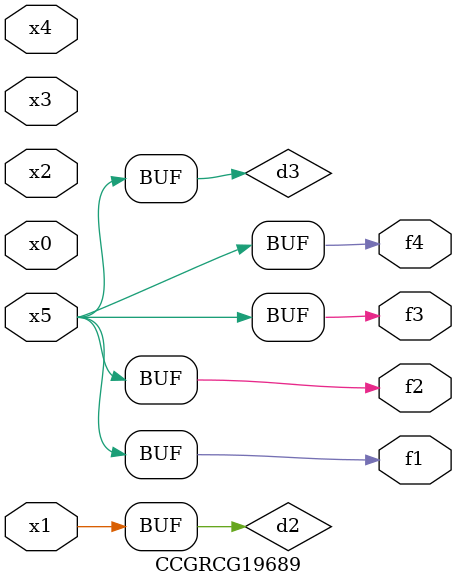
<source format=v>
module CCGRCG19689(
	input x0, x1, x2, x3, x4, x5,
	output f1, f2, f3, f4
);

	wire d1, d2, d3;

	not (d1, x5);
	or (d2, x1);
	xnor (d3, d1);
	assign f1 = d3;
	assign f2 = d3;
	assign f3 = d3;
	assign f4 = d3;
endmodule

</source>
